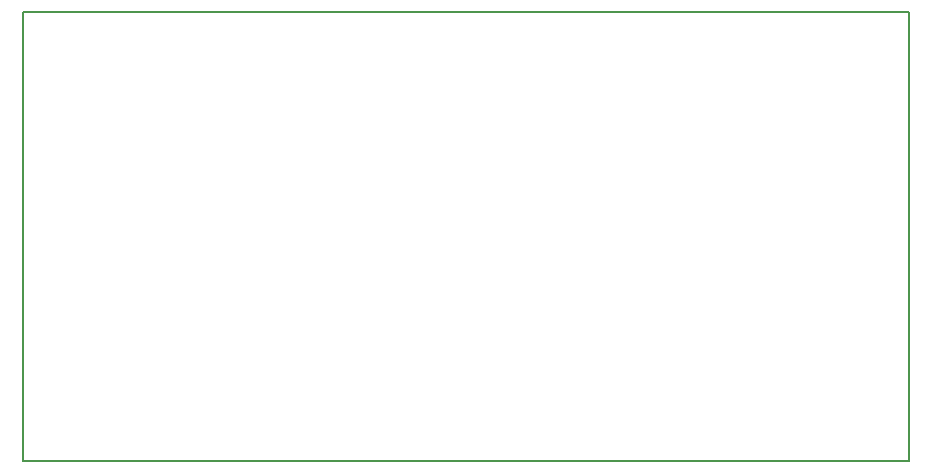
<source format=gbr>
G04 DipTrace 2.3.1.0*
%INBoardOutline.gbr*%
%MOIN*%
%ADD11C,0.0055*%
%FSLAX44Y44*%
G04*
G70*
G90*
G75*
G01*
%LNBoardOutline*%
%LPD*%
X3937Y3937D2*
D11*
X33465D1*
Y18898D1*
X3937D1*
Y3937D1*
M02*

</source>
